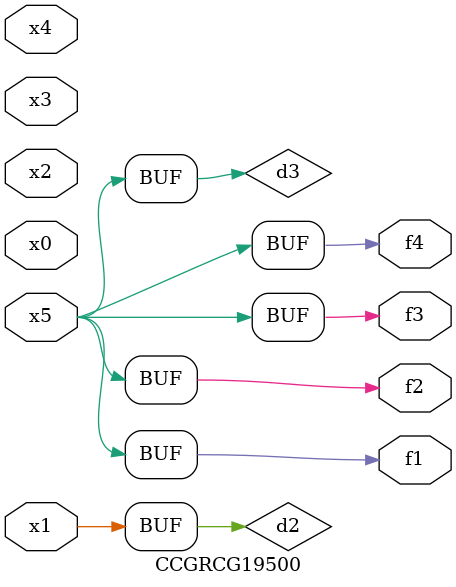
<source format=v>
module CCGRCG19500(
	input x0, x1, x2, x3, x4, x5,
	output f1, f2, f3, f4
);

	wire d1, d2, d3;

	not (d1, x5);
	or (d2, x1);
	xnor (d3, d1);
	assign f1 = d3;
	assign f2 = d3;
	assign f3 = d3;
	assign f4 = d3;
endmodule

</source>
